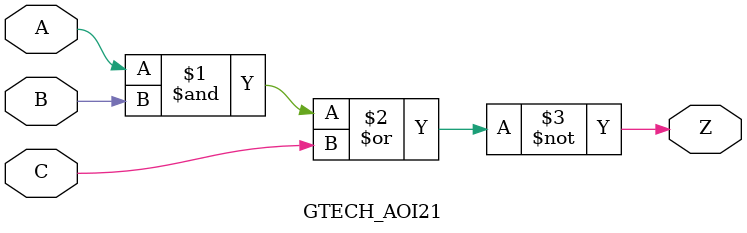
<source format=v>



module GTECH_AOI21 (A, B, C, Z);  
	input A, B, C;
	output Z;

	assign Z = ~((A & B) | C);
endmodule




</source>
